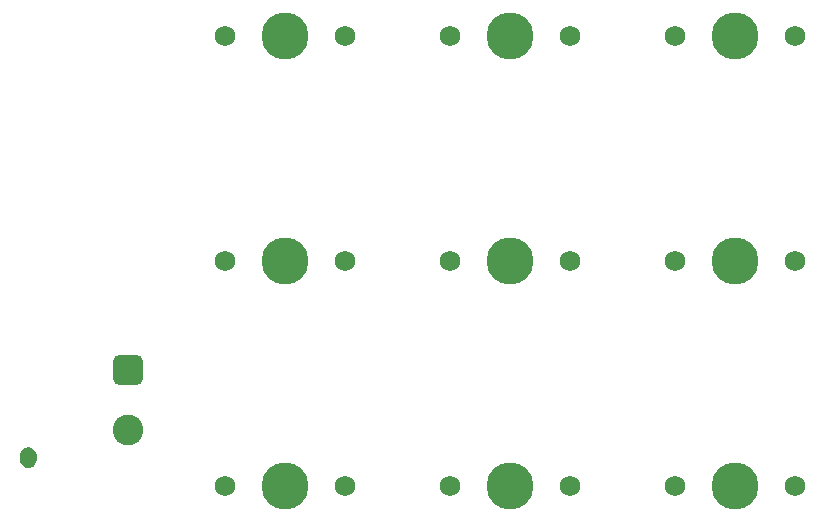
<source format=gbr>
%TF.GenerationSoftware,KiCad,Pcbnew,(6.0.8)*%
%TF.CreationDate,2023-03-27T19:52:21-07:00*%
%TF.ProjectId,zotzotzotv3,7a6f747a-6f74-47a6-9f74-76332e6b6963,rev?*%
%TF.SameCoordinates,Original*%
%TF.FileFunction,Soldermask,Top*%
%TF.FilePolarity,Negative*%
%FSLAX46Y46*%
G04 Gerber Fmt 4.6, Leading zero omitted, Abs format (unit mm)*
G04 Created by KiCad (PCBNEW (6.0.8)) date 2023-03-27 19:52:21*
%MOMM*%
%LPD*%
G01*
G04 APERTURE LIST*
G04 Aperture macros list*
%AMRoundRect*
0 Rectangle with rounded corners*
0 $1 Rounding radius*
0 $2 $3 $4 $5 $6 $7 $8 $9 X,Y pos of 4 corners*
0 Add a 4 corners polygon primitive as box body*
4,1,4,$2,$3,$4,$5,$6,$7,$8,$9,$2,$3,0*
0 Add four circle primitives for the rounded corners*
1,1,$1+$1,$2,$3*
1,1,$1+$1,$4,$5*
1,1,$1+$1,$6,$7*
1,1,$1+$1,$8,$9*
0 Add four rect primitives between the rounded corners*
20,1,$1+$1,$2,$3,$4,$5,0*
20,1,$1+$1,$4,$5,$6,$7,0*
20,1,$1+$1,$6,$7,$8,$9,0*
20,1,$1+$1,$8,$9,$2,$3,0*%
G04 Aperture macros list end*
%ADD10RoundRect,0.650000X-0.650000X0.650000X-0.650000X-0.650000X0.650000X-0.650000X0.650000X0.650000X0*%
%ADD11C,2.600000*%
%ADD12C,1.750000*%
%ADD13C,3.987800*%
G04 APERTURE END LIST*
%TO.C,G\u002A\u002A\u002A*%
G36*
X-8220862Y-15287401D02*
G01*
X-8084291Y-15325046D01*
X-7951030Y-15396587D01*
X-7855490Y-15473459D01*
X-7745840Y-15601603D01*
X-7662474Y-15753831D01*
X-7607820Y-15924137D01*
X-7584306Y-16106517D01*
X-7583552Y-16145961D01*
X-7599320Y-16343053D01*
X-7647036Y-16519557D01*
X-7727323Y-16677086D01*
X-7840801Y-16817253D01*
X-7842736Y-16819209D01*
X-7945182Y-16908519D01*
X-8049492Y-16967481D01*
X-8167025Y-17000986D01*
X-8293907Y-17013431D01*
X-8420411Y-17012302D01*
X-8511072Y-16998005D01*
X-8528851Y-16992109D01*
X-8673803Y-16916714D01*
X-8798221Y-16811384D01*
X-8899707Y-16680030D01*
X-8975859Y-16526562D01*
X-9024280Y-16354892D01*
X-9042570Y-16168931D01*
X-9042660Y-16154647D01*
X-9028019Y-15974298D01*
X-8986343Y-15810431D01*
X-8921004Y-15664982D01*
X-8835373Y-15539886D01*
X-8732823Y-15437076D01*
X-8616725Y-15358488D01*
X-8490451Y-15306057D01*
X-8357373Y-15281716D01*
X-8220862Y-15287401D01*
G37*
%TD*%
D10*
%TO.C,Reset*%
X122442Y-8731250D03*
D11*
X122442Y-13811250D03*
%TD*%
D12*
%TO.C,MX2*%
X8332024Y500000D03*
D13*
X13412024Y500000D03*
D12*
X18492024Y500000D03*
%TD*%
%TO.C,MX4*%
X37542024Y19550000D03*
X27382024Y19550000D03*
D13*
X32462024Y19550000D03*
%TD*%
%TO.C,MX5*%
X32462024Y500000D03*
D12*
X27382024Y500000D03*
X37542024Y500000D03*
%TD*%
D13*
%TO.C,MX3*%
X13412024Y-18550000D03*
D12*
X8332024Y-18550000D03*
X18492024Y-18550000D03*
%TD*%
D13*
%TO.C,MX7*%
X51512024Y19550000D03*
D12*
X56592024Y19550000D03*
X46432024Y19550000D03*
%TD*%
%TO.C,MX1*%
X8332024Y19550000D03*
D13*
X13412024Y19550000D03*
D12*
X18492024Y19550000D03*
%TD*%
%TO.C,MX6*%
X27382024Y-18550000D03*
X37542024Y-18550000D03*
D13*
X32462024Y-18550000D03*
%TD*%
D12*
%TO.C,MX8*%
X56592024Y500000D03*
D13*
X51512024Y500000D03*
D12*
X46432024Y500000D03*
%TD*%
%TO.C,MX9*%
X56592024Y-18550000D03*
D13*
X51512024Y-18550000D03*
D12*
X46432024Y-18550000D03*
%TD*%
M02*

</source>
